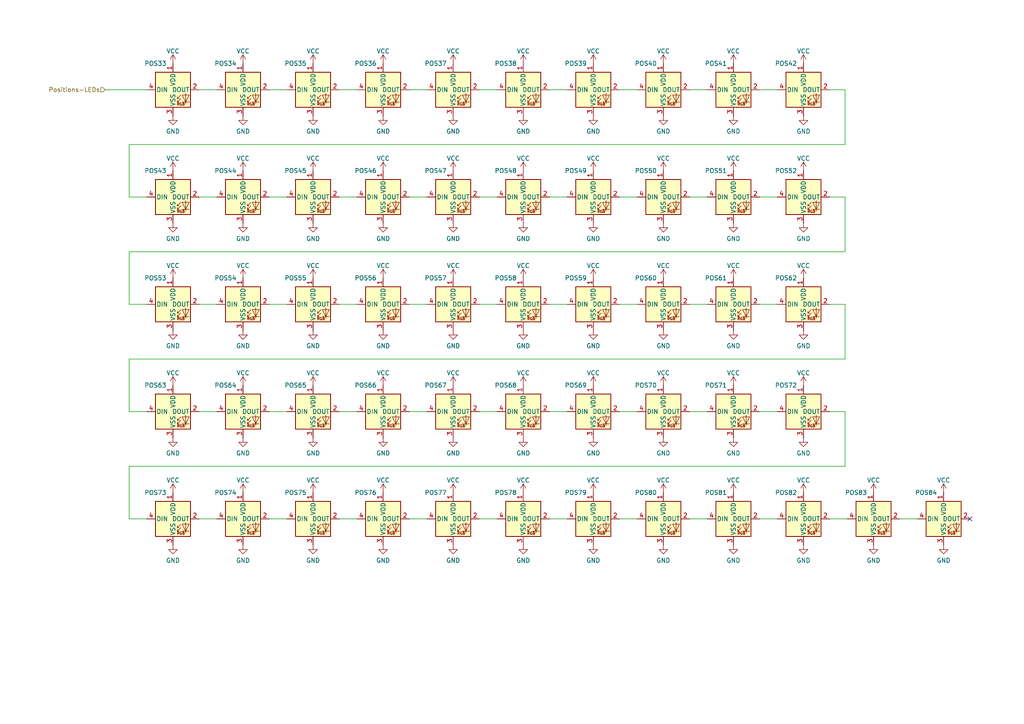
<source format=kicad_sch>
(kicad_sch (version 20211123) (generator eeschema)
  (paper "A4")
  (lib_symbols
    (symbol "LED:WS2812B" (pin_names (offset 0.254))
      (property "Reference" "D" (at 5.08 5.715 0))
      (property "Value" "WS2812B" (at 1.27 -5.715 0))
      (symbol "WS2812B_0_0"
        (text "RGB" (at 2.286 -4.191 0) (effects (font (size 0.762 0.762))))
      )
      (symbol "WS2812B_0_1"
        (polyline (pts (xy 1.27 -3.556) (xy 1.778 -3.556)))
        (polyline (pts (xy 1.27 -2.54) (xy 1.778 -2.54)))
        (polyline (pts (xy 4.699 -3.556) (xy 2.667 -3.556)))
        (polyline (pts (xy 2.286 -2.54) (xy 1.27 -3.556) (xy 1.27 -3.048)))
        (polyline (pts (xy 2.286 -1.524) (xy 1.27 -2.54) (xy 1.27 -2.032)))
        (polyline (pts (xy 3.683 -1.016) (xy 3.683 -3.556) (xy 3.683 -4.064)))
        (polyline (pts (xy 4.699 -1.524) (xy 2.667 -1.524) (xy 3.683 -3.556) (xy 4.699 -1.524)))
        (rectangle (start 5.08 5.08) (end -5.08 -5.08) (stroke (width 0.254)) (fill (type background)))
      )
      (symbol "WS2812B_1_1"
        (pin power_in line (at 0 7.62 270) (length 2.54) (name "VDD") (number "1"))
        (pin output line (at 7.62 0 180) (length 2.54) (name "DOUT") (number "2"))
        (pin power_in line (at 0 -7.62 90) (length 2.54) (name "VSS") (number "3"))
        (pin input line (at -7.62 0 0) (length 2.54) (name "DIN") (number "4"))
      )
    )
    (symbol "power:GND" (power) (pin_names (offset 0))
      (property "Value" "GND" (at 0 -3.81 0))
      (symbol "GND_0_1"
        (polyline (pts (xy 0 0) (xy 0 -1.27) (xy 1.27 -1.27) (xy 0 -2.54) (xy -1.27 -1.27) (xy 0 -1.27)))
      )
      (symbol "GND_1_1"
        (pin power_in line (at 0 0 270) (length 0) hide (name "GND") (number "1"))
      )
    )
    (symbol "power:VCC" (power) (pin_names (offset 0))
      (property "Value" "VCC" (at 0 3.81 0))
      (symbol "VCC_0_1"
        (polyline (pts (xy -0.762 1.27) (xy 0 2.54)))
        (polyline (pts (xy 0 0) (xy 0 2.54)))
        (polyline (pts (xy 0 2.54) (xy 0.762 1.27)))
      )
      (symbol "VCC_1_1"
        (pin power_in line (at 0 0 90) (length 0) hide (name "VCC") (number "1"))
      )
    )
  )
  (no_connect (at 281.305 150.495))
  (wire (pts (xy 240.665 150.495) (xy 245.745 150.495)))
  (wire (pts (xy 200.025 26.035) (xy 205.105 26.035)))
  (wire (pts (xy 78.105 119.38) (xy 83.185 119.38)))
  (wire (pts (xy 159.385 57.15) (xy 164.465 57.15)))
  (wire (pts (xy 260.985 150.495) (xy 266.065 150.495)))
  (wire (pts (xy 37.465 73.025) (xy 37.465 88.265)))
  (wire (pts (xy 240.665 88.265) (xy 245.11 88.265)))
  (wire (pts (xy 37.465 135.255) (xy 37.465 150.495)))
  (wire (pts (xy 37.465 104.14) (xy 245.11 104.14)))
  (wire (pts (xy 37.465 73.025) (xy 245.11 73.025)))
  (wire (pts (xy 98.425 88.265) (xy 103.505 88.265)))
  (wire (pts (xy 200.025 119.38) (xy 205.105 119.38)))
  (wire (pts (xy 159.385 119.38) (xy 164.465 119.38)))
  (wire (pts (xy 78.105 26.035) (xy 83.185 26.035)))
  (wire (pts (xy 200.025 150.495) (xy 205.105 150.495)))
  (wire (pts (xy 37.465 104.14) (xy 37.465 119.38)))
  (wire (pts (xy 139.065 88.265) (xy 144.145 88.265)))
  (wire (pts (xy 240.665 57.15) (xy 245.11 57.15)))
  (wire (pts (xy 139.065 119.38) (xy 144.145 119.38)))
  (wire (pts (xy 118.745 119.38) (xy 123.825 119.38)))
  (wire (pts (xy 57.785 57.15) (xy 62.865 57.15)))
  (wire (pts (xy 37.465 135.255) (xy 245.11 135.255)))
  (wire (pts (xy 139.065 26.035) (xy 144.145 26.035)))
  (wire (pts (xy 179.705 119.38) (xy 184.785 119.38)))
  (wire (pts (xy 139.065 57.15) (xy 144.145 57.15)))
  (wire (pts (xy 37.465 57.15) (xy 42.545 57.15)))
  (wire (pts (xy 57.785 150.495) (xy 62.865 150.495)))
  (wire (pts (xy 118.745 26.035) (xy 123.825 26.035)))
  (wire (pts (xy 240.665 119.38) (xy 245.11 119.38)))
  (wire (pts (xy 37.465 41.91) (xy 37.465 57.15)))
  (wire (pts (xy 78.105 57.15) (xy 83.185 57.15)))
  (wire (pts (xy 118.745 57.15) (xy 123.825 57.15)))
  (wire (pts (xy 37.465 119.38) (xy 42.545 119.38)))
  (wire (pts (xy 220.345 150.495) (xy 225.425 150.495)))
  (wire (pts (xy 200.025 57.15) (xy 205.105 57.15)))
  (wire (pts (xy 179.705 57.15) (xy 184.785 57.15)))
  (wire (pts (xy 245.11 26.035) (xy 245.11 41.91)))
  (wire (pts (xy 159.385 150.495) (xy 164.465 150.495)))
  (wire (pts (xy 220.345 119.38) (xy 225.425 119.38)))
  (wire (pts (xy 98.425 119.38) (xy 103.505 119.38)))
  (wire (pts (xy 98.425 57.15) (xy 103.505 57.15)))
  (wire (pts (xy 57.785 119.38) (xy 62.865 119.38)))
  (wire (pts (xy 57.785 26.035) (xy 62.865 26.035)))
  (wire (pts (xy 179.705 26.035) (xy 184.785 26.035)))
  (wire (pts (xy 98.425 150.495) (xy 103.505 150.495)))
  (wire (pts (xy 37.465 150.495) (xy 42.545 150.495)))
  (wire (pts (xy 98.425 26.035) (xy 103.505 26.035)))
  (wire (pts (xy 245.11 88.265) (xy 245.11 104.14)))
  (wire (pts (xy 118.745 88.265) (xy 123.825 88.265)))
  (wire (pts (xy 179.705 150.495) (xy 184.785 150.495)))
  (wire (pts (xy 220.345 26.035) (xy 225.425 26.035)))
  (wire (pts (xy 240.665 26.035) (xy 245.11 26.035)))
  (wire (pts (xy 78.105 88.265) (xy 83.185 88.265)))
  (wire (pts (xy 179.705 88.265) (xy 184.785 88.265)))
  (wire (pts (xy 57.785 88.265) (xy 62.865 88.265)))
  (wire (pts (xy 220.345 88.265) (xy 225.425 88.265)))
  (wire (pts (xy 220.345 57.15) (xy 225.425 57.15)))
  (wire (pts (xy 78.105 150.495) (xy 83.185 150.495)))
  (wire (pts (xy 37.465 88.265) (xy 42.545 88.265)))
  (wire (pts (xy 139.065 150.495) (xy 144.145 150.495)))
  (wire (pts (xy 30.48 26.035) (xy 42.545 26.035)))
  (wire (pts (xy 37.465 41.91) (xy 245.11 41.91)))
  (wire (pts (xy 118.745 150.495) (xy 123.825 150.495)))
  (wire (pts (xy 245.11 119.38) (xy 245.11 135.255)))
  (wire (pts (xy 159.385 26.035) (xy 164.465 26.035)))
  (wire (pts (xy 200.025 88.265) (xy 205.105 88.265)))
  (wire (pts (xy 245.11 57.15) (xy 245.11 73.025)))
  (wire (pts (xy 159.385 88.265) (xy 164.465 88.265)))
  (hierarchical_label "Positions-LEDs" (shape input) (at 30.48 26.035 180))
  (symbol (lib_id "LED:WS2812B") (at 192.405 150.495 0) (unit 1)
    (property "Reference" "POS80" (at 187.325 142.875 0))
    (property "Value" "WS2812-4020_dual" (effects hide))
    (property "Footprint" "FieldBoard_footprint:LED_WS2812B_PLCC4_5.0x5.0mm_P3.2mm" (effects hide))
    (property "Datasheet" "https://cdn-shop.adafruit.com/datasheets/WS2812B.pdf" (effects hide))
  )
  (symbol (lib_id "power:GND") (at 151.765 64.77 0) (unit 1)
    (property "Reference" "#PWR0132" (effects hide))
    (property "Value" "GND" (at 151.765 69.2134 0))
  )
  (symbol (lib_id "power:GND") (at 50.165 127 0) (unit 1)
    (property "Reference" "#PWR0192" (effects hide))
    (property "Value" "GND" (at 50.165 131.4434 0))
  )
  (symbol (lib_id "power:GND") (at 90.805 158.115 0) (unit 1)
    (property "Reference" "#PWR0216" (effects hide))
    (property "Value" "GND" (at 90.805 162.5584 0))
  )
  (symbol (lib_id "power:VCC") (at 233.045 142.875 0) (unit 1)
    (property "Reference" "#PWR0211" (effects hide))
    (property "Value" "VCC" (at 233.045 139.2992 0))
  )
  (symbol (lib_id "LED:WS2812B") (at 212.725 119.38 0) (unit 1)
    (property "Reference" "POS71" (at 207.645 111.76 0))
    (property "Value" "WS2812-4020_dual" (effects hide))
    (property "Footprint" "FieldBoard_footprint:LED_WS2812B_PLCC4_5.0x5.0mm_P3.2mm" (effects hide))
    (property "Datasheet" "https://cdn-shop.adafruit.com/datasheets/WS2812B.pdf" (effects hide))
  )
  (symbol (lib_id "LED:WS2812B") (at 151.765 88.265 0) (unit 1)
    (property "Reference" "POS58" (at 146.685 80.645 0))
    (property "Value" "WS2812-4020_dual" (effects hide))
    (property "Footprint" "FieldBoard_footprint:LED_WS2812B_PLCC4_5.0x5.0mm_P3.2mm" (effects hide))
    (property "Datasheet" "https://cdn-shop.adafruit.com/datasheets/WS2812B.pdf" (effects hide))
  )
  (symbol (lib_id "power:VCC") (at 233.045 80.645 0) (unit 1)
    (property "Reference" "#PWR0152" (effects hide))
    (property "Value" "VCC" (at 233.045 77.0692 0))
  )
  (symbol (lib_id "LED:WS2812B") (at 192.405 57.15 0) (unit 1)
    (property "Reference" "POS50" (at 187.325 49.53 0))
    (property "Value" "WS2812-4020_dual" (effects hide))
    (property "Footprint" "FieldBoard_footprint:LED_WS2812B_PLCC4_5.0x5.0mm_P3.2mm" (effects hide))
    (property "Datasheet" "https://cdn-shop.adafruit.com/datasheets/WS2812B.pdf" (effects hide))
  )
  (symbol (lib_id "power:GND") (at 212.725 127 0) (unit 1)
    (property "Reference" "#PWR0200" (effects hide))
    (property "Value" "GND" (at 212.725 131.4434 0))
  )
  (symbol (lib_id "LED:WS2812B") (at 212.725 88.265 0) (unit 1)
    (property "Reference" "POS61" (at 207.645 80.645 0))
    (property "Value" "WS2812-4020_dual" (effects hide))
    (property "Footprint" "FieldBoard_footprint:LED_WS2812B_PLCC4_5.0x5.0mm_P3.2mm" (effects hide))
    (property "Datasheet" "https://cdn-shop.adafruit.com/datasheets/WS2812B.pdf" (effects hide))
  )
  (symbol (lib_id "power:VCC") (at 192.405 80.645 0) (unit 1)
    (property "Reference" "#PWR0148" (effects hide))
    (property "Value" "VCC" (at 192.405 77.0692 0))
  )
  (symbol (lib_id "LED:WS2812B") (at 131.445 88.265 0) (unit 1)
    (property "Reference" "POS57" (at 126.365 80.645 0))
    (property "Value" "WS2812-4020_dual" (effects hide))
    (property "Footprint" "FieldBoard_footprint:LED_WS2812B_PLCC4_5.0x5.0mm_P3.2mm" (effects hide))
    (property "Datasheet" "https://cdn-shop.adafruit.com/datasheets/WS2812B.pdf" (effects hide))
  )
  (symbol (lib_id "LED:WS2812B") (at 70.485 150.495 0) (unit 1)
    (property "Reference" "POS74" (at 65.405 142.875 0))
    (property "Value" "WS2812-4020_dual" (effects hide))
    (property "Footprint" "FieldBoard_footprint:LED_WS2812B_PLCC4_5.0x5.0mm_P3.2mm" (effects hide))
    (property "Datasheet" "https://cdn-shop.adafruit.com/datasheets/WS2812B.pdf" (effects hide))
  )
  (symbol (lib_id "LED:WS2812B") (at 233.045 57.15 0) (unit 1)
    (property "Reference" "POS52" (at 227.965 49.53 0))
    (property "Value" "WS2812-4020_dual" (effects hide))
    (property "Footprint" "FieldBoard_footprint:LED_WS2812B_PLCC4_5.0x5.0mm_P3.2mm" (effects hide))
    (property "Datasheet" "https://cdn-shop.adafruit.com/datasheets/WS2812B.pdf" (effects hide))
  )
  (symbol (lib_id "LED:WS2812B") (at 212.725 57.15 0) (unit 1)
    (property "Reference" "POS51" (at 207.645 49.53 0))
    (property "Value" "WS2812-4020_dual" (effects hide))
    (property "Footprint" "FieldBoard_footprint:LED_WS2812B_PLCC4_5.0x5.0mm_P3.2mm" (effects hide))
    (property "Datasheet" "https://cdn-shop.adafruit.com/datasheets/WS2812B.pdf" (effects hide))
  )
  (symbol (lib_id "LED:WS2812B") (at 273.685 150.495 0) (unit 1)
    (property "Reference" "POS84" (at 268.605 142.875 0))
    (property "Value" "WS2812-4020_dual" (effects hide))
    (property "Footprint" "FieldBoard_footprint:LED_WS2812B_PLCC4_5.0x5.0mm_P3.2mm" (effects hide))
    (property "Datasheet" "https://cdn-shop.adafruit.com/datasheets/WS2812B.pdf" (effects hide))
  )
  (symbol (lib_id "power:GND") (at 90.805 33.655 0) (unit 1)
    (property "Reference" "#PWR087" (effects hide))
    (property "Value" "GND" (at 90.805 38.0984 0))
  )
  (symbol (lib_id "power:VCC") (at 90.805 142.875 0) (unit 1)
    (property "Reference" "#PWR0204" (effects hide))
    (property "Value" "VCC" (at 90.805 139.2992 0))
  )
  (symbol (lib_id "LED:WS2812B") (at 111.125 88.265 0) (unit 1)
    (property "Reference" "POS56" (at 106.045 80.645 0))
    (property "Value" "WS2812-4020_dual" (effects hide))
    (property "Footprint" "FieldBoard_footprint:LED_WS2812B_PLCC4_5.0x5.0mm_P3.2mm" (effects hide))
    (property "Datasheet" "https://cdn-shop.adafruit.com/datasheets/WS2812B.pdf" (effects hide))
  )
  (symbol (lib_id "LED:WS2812B") (at 233.045 88.265 0) (unit 1)
    (property "Reference" "POS62" (at 227.965 80.645 0))
    (property "Value" "WS2812-4020_dual" (effects hide))
    (property "Footprint" "FieldBoard_footprint:LED_WS2812B_PLCC4_5.0x5.0mm_P3.2mm" (effects hide))
    (property "Datasheet" "https://cdn-shop.adafruit.com/datasheets/WS2812B.pdf" (effects hide))
  )
  (symbol (lib_id "power:VCC") (at 90.805 49.53 0) (unit 1)
    (property "Reference" "#PWR0114" (effects hide))
    (property "Value" "VCC" (at 90.805 45.9542 0))
  )
  (symbol (lib_id "LED:WS2812B") (at 131.445 26.035 0) (unit 1)
    (property "Reference" "POS37" (at 126.365 18.415 0))
    (property "Value" "WS2812-4020_dual" (effects hide))
    (property "Footprint" "FieldBoard_footprint:LED_WS2812B_PLCC4_5.0x5.0mm_P3.2mm" (effects hide))
    (property "Datasheet" "https://cdn-shop.adafruit.com/datasheets/WS2812B.pdf" (effects hide))
  )
  (symbol (lib_id "power:VCC") (at 172.085 49.53 0) (unit 1)
    (property "Reference" "#PWR0122" (effects hide))
    (property "Value" "VCC" (at 172.085 45.9542 0))
  )
  (symbol (lib_id "LED:WS2812B") (at 172.085 57.15 0) (unit 1)
    (property "Reference" "POS49" (at 167.005 49.53 0))
    (property "Value" "WS2812-4020_dual" (effects hide))
    (property "Footprint" "FieldBoard_footprint:LED_WS2812B_PLCC4_5.0x5.0mm_P3.2mm" (effects hide))
    (property "Datasheet" "https://cdn-shop.adafruit.com/datasheets/WS2812B.pdf" (effects hide))
  )
  (symbol (lib_id "power:GND") (at 192.405 33.655 0) (unit 1)
    (property "Reference" "#PWR097" (effects hide))
    (property "Value" "GND" (at 192.405 38.0984 0))
  )
  (symbol (lib_id "power:VCC") (at 151.765 18.415 0) (unit 1)
    (property "Reference" "#PWR055" (effects hide))
    (property "Value" "VCC" (at 151.765 14.8392 0))
  )
  (symbol (lib_id "power:GND") (at 192.405 158.115 0) (unit 1)
    (property "Reference" "#PWR0221" (effects hide))
    (property "Value" "GND" (at 192.405 162.5584 0))
  )
  (symbol (lib_id "power:VCC") (at 172.085 142.875 0) (unit 1)
    (property "Reference" "#PWR0208" (effects hide))
    (property "Value" "VCC" (at 172.085 139.2992 0))
  )
  (symbol (lib_id "power:VCC") (at 151.765 49.53 0) (unit 1)
    (property "Reference" "#PWR0120" (effects hide))
    (property "Value" "VCC" (at 151.765 45.9542 0))
  )
  (symbol (lib_id "power:GND") (at 233.045 127 0) (unit 1)
    (property "Reference" "#PWR0201" (effects hide))
    (property "Value" "GND" (at 233.045 131.4434 0))
  )
  (symbol (lib_id "power:GND") (at 111.125 95.885 0) (unit 1)
    (property "Reference" "#PWR0160" (effects hide))
    (property "Value" "GND" (at 111.125 100.3284 0))
  )
  (symbol (lib_id "LED:WS2812B") (at 50.165 57.15 0) (unit 1)
    (property "Reference" "POS43" (at 45.085 49.53 0))
    (property "Value" "WS2812-4020_dual" (effects hide))
    (property "Footprint" "FieldBoard_footprint:LED_WS2812B_PLCC4_5.0x5.0mm_P3.2mm" (effects hide))
    (property "Datasheet" "https://cdn-shop.adafruit.com/datasheets/WS2812B.pdf" (effects hide))
  )
  (symbol (lib_id "LED:WS2812B") (at 151.765 119.38 0) (unit 1)
    (property "Reference" "POS68" (at 146.685 111.76 0))
    (property "Value" "WS2812-4020_dual" (effects hide))
    (property "Footprint" "FieldBoard_footprint:LED_WS2812B_PLCC4_5.0x5.0mm_P3.2mm" (effects hide))
    (property "Datasheet" "https://cdn-shop.adafruit.com/datasheets/WS2812B.pdf" (effects hide))
  )
  (symbol (lib_id "power:GND") (at 50.165 158.115 0) (unit 1)
    (property "Reference" "#PWR0214" (effects hide))
    (property "Value" "GND" (at 50.165 162.5584 0))
  )
  (symbol (lib_id "power:GND") (at 233.045 33.655 0) (unit 1)
    (property "Reference" "#PWR0108" (effects hide))
    (property "Value" "GND" (at 233.045 38.0984 0))
  )
  (symbol (lib_id "power:VCC") (at 70.485 142.875 0) (unit 1)
    (property "Reference" "#PWR0203" (effects hide))
    (property "Value" "VCC" (at 70.485 139.2992 0))
  )
  (symbol (lib_id "power:GND") (at 151.765 33.655 0) (unit 1)
    (property "Reference" "#PWR093" (effects hide))
    (property "Value" "GND" (at 151.765 38.0984 0))
  )
  (symbol (lib_id "power:GND") (at 70.485 158.115 0) (unit 1)
    (property "Reference" "#PWR0215" (effects hide))
    (property "Value" "GND" (at 70.485 162.5584 0))
  )
  (symbol (lib_id "power:VCC") (at 233.045 111.76 0) (unit 1)
    (property "Reference" "#PWR0191" (effects hide))
    (property "Value" "VCC" (at 233.045 108.1842 0))
  )
  (symbol (lib_id "power:GND") (at 131.445 64.77 0) (unit 1)
    (property "Reference" "#PWR0131" (effects hide))
    (property "Value" "GND" (at 131.445 69.2134 0))
  )
  (symbol (lib_id "power:GND") (at 172.085 33.655 0) (unit 1)
    (property "Reference" "#PWR095" (effects hide))
    (property "Value" "GND" (at 172.085 38.0984 0))
  )
  (symbol (lib_id "LED:WS2812B") (at 90.805 88.265 0) (unit 1)
    (property "Reference" "POS55" (at 85.725 80.645 0))
    (property "Value" "WS2812-4020_dual" (effects hide))
    (property "Footprint" "FieldBoard_footprint:LED_WS2812B_PLCC4_5.0x5.0mm_P3.2mm" (effects hide))
    (property "Datasheet" "https://cdn-shop.adafruit.com/datasheets/WS2812B.pdf" (effects hide))
  )
  (symbol (lib_id "power:GND") (at 90.805 64.77 0) (unit 1)
    (property "Reference" "#PWR0129" (effects hide))
    (property "Value" "GND" (at 90.805 69.2134 0))
  )
  (symbol (lib_id "power:VCC") (at 111.125 49.53 0) (unit 1)
    (property "Reference" "#PWR0116" (effects hide))
    (property "Value" "VCC" (at 111.125 45.9542 0))
  )
  (symbol (lib_id "LED:WS2812B") (at 90.805 57.15 0) (unit 1)
    (property "Reference" "POS45" (at 85.725 49.53 0))
    (property "Value" "WS2812-4020_dual" (effects hide))
    (property "Footprint" "FieldBoard_footprint:LED_WS2812B_PLCC4_5.0x5.0mm_P3.2mm" (effects hide))
    (property "Datasheet" "https://cdn-shop.adafruit.com/datasheets/WS2812B.pdf" (effects hide))
  )
  (symbol (lib_id "power:GND") (at 131.445 33.655 0) (unit 1)
    (property "Reference" "#PWR091" (effects hide))
    (property "Value" "GND" (at 131.445 38.0984 0))
  )
  (symbol (lib_id "power:VCC") (at 70.485 49.53 0) (unit 1)
    (property "Reference" "#PWR0112" (effects hide))
    (property "Value" "VCC" (at 70.485 45.9542 0))
  )
  (symbol (lib_id "LED:WS2812B") (at 70.485 119.38 0) (unit 1)
    (property "Reference" "POS64" (at 65.405 111.76 0))
    (property "Value" "WS2812-4020_dual" (effects hide))
    (property "Footprint" "FieldBoard_footprint:LED_WS2812B_PLCC4_5.0x5.0mm_P3.2mm" (effects hide))
    (property "Datasheet" "https://cdn-shop.adafruit.com/datasheets/WS2812B.pdf" (effects hide))
  )
  (symbol (lib_id "LED:WS2812B") (at 192.405 119.38 0) (unit 1)
    (property "Reference" "POS70" (at 187.325 111.76 0))
    (property "Value" "WS2812-4020_dual" (effects hide))
    (property "Footprint" "FieldBoard_footprint:LED_WS2812B_PLCC4_5.0x5.0mm_P3.2mm" (effects hide))
    (property "Datasheet" "https://cdn-shop.adafruit.com/datasheets/WS2812B.pdf" (effects hide))
  )
  (symbol (lib_id "power:VCC") (at 192.405 142.875 0) (unit 1)
    (property "Reference" "#PWR0209" (effects hide))
    (property "Value" "VCC" (at 192.405 139.2992 0))
  )
  (symbol (lib_id "power:VCC") (at 172.085 80.645 0) (unit 1)
    (property "Reference" "#PWR0146" (effects hide))
    (property "Value" "VCC" (at 172.085 77.0692 0))
  )
  (symbol (lib_id "power:GND") (at 131.445 127 0) (unit 1)
    (property "Reference" "#PWR0196" (effects hide))
    (property "Value" "GND" (at 131.445 131.4434 0))
  )
  (symbol (lib_id "power:GND") (at 50.165 64.77 0) (unit 1)
    (property "Reference" "#PWR0126" (effects hide))
    (property "Value" "GND" (at 50.165 69.2134 0))
  )
  (symbol (lib_id "LED:WS2812B") (at 70.485 26.035 0) (unit 1)
    (property "Reference" "POS34" (at 65.405 18.415 0))
    (property "Value" "WS2812-4020_dual" (effects hide))
    (property "Footprint" "FieldBoard_footprint:LED_WS2812B_PLCC4_5.0x5.0mm_P3.2mm" (effects hide))
    (property "Datasheet" "https://cdn-shop.adafruit.com/datasheets/WS2812B.pdf" (effects hide))
  )
  (symbol (lib_id "power:VCC") (at 233.045 18.415 0) (unit 1)
    (property "Reference" "#PWR081" (effects hide))
    (property "Value" "VCC" (at 233.045 14.8392 0))
  )
  (symbol (lib_id "power:GND") (at 50.165 33.655 0) (unit 1)
    (property "Reference" "#PWR083" (effects hide))
    (property "Value" "GND" (at 50.165 38.0984 0))
  )
  (symbol (lib_id "power:VCC") (at 90.805 111.76 0) (unit 1)
    (property "Reference" "#PWR0178" (effects hide))
    (property "Value" "VCC" (at 90.805 108.1842 0))
  )
  (symbol (lib_id "LED:WS2812B") (at 90.805 150.495 0) (unit 1)
    (property "Reference" "POS75" (at 85.725 142.875 0))
    (property "Value" "WS2812-4020_dual" (effects hide))
    (property "Footprint" "FieldBoard_footprint:LED_WS2812B_PLCC4_5.0x5.0mm_P3.2mm" (effects hide))
    (property "Datasheet" "https://cdn-shop.adafruit.com/datasheets/WS2812B.pdf" (effects hide))
  )
  (symbol (lib_id "power:GND") (at 90.805 95.885 0) (unit 1)
    (property "Reference" "#PWR0158" (effects hide))
    (property "Value" "GND" (at 90.805 100.3284 0))
  )
  (symbol (lib_id "LED:WS2812B") (at 151.765 150.495 0) (unit 1)
    (property "Reference" "POS78" (at 146.685 142.875 0))
    (property "Value" "WS2812-4020_dual" (effects hide))
    (property "Footprint" "FieldBoard_footprint:LED_WS2812B_PLCC4_5.0x5.0mm_P3.2mm" (effects hide))
    (property "Datasheet" "https://cdn-shop.adafruit.com/datasheets/WS2812B.pdf" (effects hide))
  )
  (symbol (lib_id "power:GND") (at 111.125 64.77 0) (unit 1)
    (property "Reference" "#PWR0130" (effects hide))
    (property "Value" "GND" (at 111.125 69.2134 0))
  )
  (symbol (lib_id "power:GND") (at 172.085 158.115 0) (unit 1)
    (property "Reference" "#PWR0220" (effects hide))
    (property "Value" "GND" (at 172.085 162.5584 0))
  )
  (symbol (lib_id "power:VCC") (at 172.085 18.415 0) (unit 1)
    (property "Reference" "#PWR068" (effects hide))
    (property "Value" "VCC" (at 172.085 14.8392 0))
  )
  (symbol (lib_id "power:VCC") (at 50.165 111.76 0) (unit 1)
    (property "Reference" "#PWR0174" (effects hide))
    (property "Value" "VCC" (at 50.165 108.1842 0))
  )
  (symbol (lib_id "LED:WS2812B") (at 233.045 26.035 0) (unit 1)
    (property "Reference" "POS42" (at 227.965 18.415 0))
    (property "Value" "WS2812-4020_dual" (effects hide))
    (property "Footprint" "FieldBoard_footprint:LED_WS2812B_PLCC4_5.0x5.0mm_P3.2mm" (effects hide))
    (property "Datasheet" "https://cdn-shop.adafruit.com/datasheets/WS2812B.pdf" (effects hide))
  )
  (symbol (lib_id "power:VCC") (at 212.725 111.76 0) (unit 1)
    (property "Reference" "#PWR0190" (effects hide))
    (property "Value" "VCC" (at 212.725 108.1842 0))
  )
  (symbol (lib_id "power:GND") (at 192.405 95.885 0) (unit 1)
    (property "Reference" "#PWR0168" (effects hide))
    (property "Value" "GND" (at 192.405 100.3284 0))
  )
  (symbol (lib_id "LED:WS2812B") (at 90.805 26.035 0) (unit 1)
    (property "Reference" "POS35" (at 85.725 18.415 0))
    (property "Value" "WS2812-4020_dual" (effects hide))
    (property "Footprint" "FieldBoard_footprint:LED_WS2812B_PLCC4_5.0x5.0mm_P3.2mm" (effects hide))
    (property "Datasheet" "https://cdn-shop.adafruit.com/datasheets/WS2812B.pdf" (effects hide))
  )
  (symbol (lib_id "LED:WS2812B") (at 111.125 26.035 0) (unit 1)
    (property "Reference" "POS36" (at 106.045 18.415 0))
    (property "Value" "WS2812-4020_dual" (effects hide))
    (property "Footprint" "FieldBoard_footprint:LED_WS2812B_PLCC4_5.0x5.0mm_P3.2mm" (effects hide))
    (property "Datasheet" "https://cdn-shop.adafruit.com/datasheets/WS2812B.pdf" (effects hide))
  )
  (symbol (lib_id "power:VCC") (at 50.165 18.415 0) (unit 1)
    (property "Reference" "#PWR036" (effects hide))
    (property "Value" "VCC" (at 50.165 14.8392 0))
  )
  (symbol (lib_id "power:VCC") (at 70.485 18.415 0) (unit 1)
    (property "Reference" "#PWR037" (effects hide))
    (property "Value" "VCC" (at 70.485 14.8392 0))
  )
  (symbol (lib_id "power:VCC") (at 131.445 18.415 0) (unit 1)
    (property "Reference" "#PWR043" (effects hide))
    (property "Value" "VCC" (at 131.445 14.8392 0))
  )
  (symbol (lib_id "power:GND") (at 253.365 158.115 0) (unit 1)
    (property "Reference" "#PWR0224" (effects hide))
    (property "Value" "GND" (at 253.365 162.5584 0))
  )
  (symbol (lib_id "power:GND") (at 172.085 127 0) (unit 1)
    (property "Reference" "#PWR0198" (effects hide))
    (property "Value" "GND" (at 172.085 131.4434 0))
  )
  (symbol (lib_id "LED:WS2812B") (at 172.085 150.495 0) (unit 1)
    (property "Reference" "POS79" (at 167.005 142.875 0))
    (property "Value" "WS2812-4020_dual" (effects hide))
    (property "Footprint" "FieldBoard_footprint:LED_WS2812B_PLCC4_5.0x5.0mm_P3.2mm" (effects hide))
    (property "Datasheet" "https://cdn-shop.adafruit.com/datasheets/WS2812B.pdf" (effects hide))
  )
  (symbol (lib_id "power:GND") (at 212.725 95.885 0) (unit 1)
    (property "Reference" "#PWR0170" (effects hide))
    (property "Value" "GND" (at 212.725 100.3284 0))
  )
  (symbol (lib_id "LED:WS2812B") (at 253.365 150.495 0) (unit 1)
    (property "Reference" "POS83" (at 248.285 142.875 0))
    (property "Value" "WS2812-4020_dual" (effects hide))
    (property "Footprint" "FieldBoard_footprint:LED_WS2812B_PLCC4_5.0x5.0mm_P3.2mm" (effects hide))
    (property "Datasheet" "https://cdn-shop.adafruit.com/datasheets/WS2812B.pdf" (effects hide))
  )
  (symbol (lib_id "power:GND") (at 233.045 158.115 0) (unit 1)
    (property "Reference" "#PWR0223" (effects hide))
    (property "Value" "GND" (at 233.045 162.5584 0))
  )
  (symbol (lib_id "LED:WS2812B") (at 111.125 57.15 0) (unit 1)
    (property "Reference" "POS46" (at 106.045 49.53 0))
    (property "Value" "WS2812-4020_dual" (effects hide))
    (property "Footprint" "FieldBoard_footprint:LED_WS2812B_PLCC4_5.0x5.0mm_P3.2mm" (effects hide))
    (property "Datasheet" "https://cdn-shop.adafruit.com/datasheets/WS2812B.pdf" (effects hide))
  )
  (symbol (lib_id "power:GND") (at 192.405 127 0) (unit 1)
    (property "Reference" "#PWR0199" (effects hide))
    (property "Value" "GND" (at 192.405 131.4434 0))
  )
  (symbol (lib_id "power:GND") (at 70.485 127 0) (unit 1)
    (property "Reference" "#PWR0193" (effects hide))
    (property "Value" "GND" (at 70.485 131.4434 0))
  )
  (symbol (lib_id "power:VCC") (at 90.805 80.645 0) (unit 1)
    (property "Reference" "#PWR0139" (effects hide))
    (property "Value" "VCC" (at 90.805 77.0692 0))
  )
  (symbol (lib_id "power:GND") (at 70.485 64.77 0) (unit 1)
    (property "Reference" "#PWR0127" (effects hide))
    (property "Value" "GND" (at 70.485 69.2134 0))
  )
  (symbol (lib_id "power:VCC") (at 50.165 142.875 0) (unit 1)
    (property "Reference" "#PWR0202" (effects hide))
    (property "Value" "VCC" (at 50.165 139.2992 0))
  )
  (symbol (lib_id "power:GND") (at 151.765 127 0) (unit 1)
    (property "Reference" "#PWR0197" (effects hide))
    (property "Value" "GND" (at 151.765 131.4434 0))
  )
  (symbol (lib_id "power:GND") (at 212.725 64.77 0) (unit 1)
    (property "Reference" "#PWR0135" (effects hide))
    (property "Value" "GND" (at 212.725 69.2134 0))
  )
  (symbol (lib_id "LED:WS2812B") (at 212.725 26.035 0) (unit 1)
    (property "Reference" "POS41" (at 207.645 18.415 0))
    (property "Value" "WS2812-4020_dual" (effects hide))
    (property "Footprint" "FieldBoard_footprint:LED_WS2812B_PLCC4_5.0x5.0mm_P3.2mm" (effects hide))
    (property "Datasheet" "https://cdn-shop.adafruit.com/datasheets/WS2812B.pdf" (effects hide))
  )
  (symbol (lib_id "LED:WS2812B") (at 192.405 26.035 0) (unit 1)
    (property "Reference" "POS40" (at 187.325 18.415 0))
    (property "Value" "WS2812-4020_dual" (effects hide))
    (property "Footprint" "FieldBoard_footprint:LED_WS2812B_PLCC4_5.0x5.0mm_P3.2mm" (effects hide))
    (property "Datasheet" "https://cdn-shop.adafruit.com/datasheets/WS2812B.pdf" (effects hide))
  )
  (symbol (lib_id "LED:WS2812B") (at 233.045 150.495 0) (unit 1)
    (property "Reference" "POS82" (at 227.965 142.875 0))
    (property "Value" "WS2812-4020_dual" (effects hide))
    (property "Footprint" "FieldBoard_footprint:LED_WS2812B_PLCC4_5.0x5.0mm_P3.2mm" (effects hide))
    (property "Datasheet" "https://cdn-shop.adafruit.com/datasheets/WS2812B.pdf" (effects hide))
  )
  (symbol (lib_id "power:VCC") (at 212.725 18.415 0) (unit 1)
    (property "Reference" "#PWR079" (effects hide))
    (property "Value" "VCC" (at 212.725 14.8392 0))
  )
  (symbol (lib_id "power:VCC") (at 212.725 80.645 0) (unit 1)
    (property "Reference" "#PWR0150" (effects hide))
    (property "Value" "VCC" (at 212.725 77.0692 0))
  )
  (symbol (lib_id "power:GND") (at 111.125 33.655 0) (unit 1)
    (property "Reference" "#PWR089" (effects hide))
    (property "Value" "GND" (at 111.125 38.0984 0))
  )
  (symbol (lib_id "power:GND") (at 70.485 95.885 0) (unit 1)
    (property "Reference" "#PWR0156" (effects hide))
    (property "Value" "GND" (at 70.485 100.3284 0))
  )
  (symbol (lib_id "power:GND") (at 151.765 158.115 0) (unit 1)
    (property "Reference" "#PWR0219" (effects hide))
    (property "Value" "GND" (at 151.765 162.5584 0))
  )
  (symbol (lib_id "power:VCC") (at 151.765 111.76 0) (unit 1)
    (property "Reference" "#PWR0184" (effects hide))
    (property "Value" "VCC" (at 151.765 108.1842 0))
  )
  (symbol (lib_id "power:GND") (at 233.045 64.77 0) (unit 1)
    (property "Reference" "#PWR0136" (effects hide))
    (property "Value" "GND" (at 233.045 69.2134 0))
  )
  (symbol (lib_id "power:GND") (at 151.765 95.885 0) (unit 1)
    (property "Reference" "#PWR0164" (effects hide))
    (property "Value" "GND" (at 151.765 100.3284 0))
  )
  (symbol (lib_id "power:VCC") (at 131.445 49.53 0) (unit 1)
    (property "Reference" "#PWR0118" (effects hide))
    (property "Value" "VCC" (at 131.445 45.9542 0))
  )
  (symbol (lib_id "power:VCC") (at 70.485 80.645 0) (unit 1)
    (property "Reference" "#PWR0138" (effects hide))
    (property "Value" "VCC" (at 70.485 77.0692 0))
  )
  (symbol (lib_id "LED:WS2812B") (at 172.085 119.38 0) (unit 1)
    (property "Reference" "POS69" (at 167.005 111.76 0))
    (property "Value" "WS2812-4020_dual" (effects hide))
    (property "Footprint" "FieldBoard_footprint:LED_WS2812B_PLCC4_5.0x5.0mm_P3.2mm" (effects hide))
    (property "Datasheet" "https://cdn-shop.adafruit.com/datasheets/WS2812B.pdf" (effects hide))
  )
  (symbol (lib_id "power:GND") (at 70.485 33.655 0) (unit 1)
    (property "Reference" "#PWR085" (effects hide))
    (property "Value" "GND" (at 70.485 38.0984 0))
  )
  (symbol (lib_id "LED:WS2812B") (at 233.045 119.38 0) (unit 1)
    (property "Reference" "POS72" (at 227.965 111.76 0))
    (property "Value" "WS2812-4020_dual" (effects hide))
    (property "Footprint" "FieldBoard_footprint:LED_WS2812B_PLCC4_5.0x5.0mm_P3.2mm" (effects hide))
    (property "Datasheet" "https://cdn-shop.adafruit.com/datasheets/WS2812B.pdf" (effects hide))
  )
  (symbol (lib_id "power:VCC") (at 131.445 111.76 0) (unit 1)
    (property "Reference" "#PWR0182" (effects hide))
    (property "Value" "VCC" (at 131.445 108.1842 0))
  )
  (symbol (lib_id "power:VCC") (at 90.805 18.415 0) (unit 1)
    (property "Reference" "#PWR039" (effects hide))
    (property "Value" "VCC" (at 90.805 14.8392 0))
  )
  (symbol (lib_id "power:VCC") (at 50.165 80.645 0) (unit 1)
    (property "Reference" "#PWR0137" (effects hide))
    (property "Value" "VCC" (at 50.165 77.0692 0))
  )
  (symbol (lib_id "power:VCC") (at 172.085 111.76 0) (unit 1)
    (property "Reference" "#PWR0186" (effects hide))
    (property "Value" "VCC" (at 172.085 108.1842 0))
  )
  (symbol (lib_id "power:GND") (at 172.085 95.885 0) (unit 1)
    (property "Reference" "#PWR0166" (effects hide))
    (property "Value" "GND" (at 172.085 100.3284 0))
  )
  (symbol (lib_id "power:VCC") (at 151.765 142.875 0) (unit 1)
    (property "Reference" "#PWR0207" (effects hide))
    (property "Value" "VCC" (at 151.765 139.2992 0))
  )
  (symbol (lib_id "power:GND") (at 172.085 64.77 0) (unit 1)
    (property "Reference" "#PWR0133" (effects hide))
    (property "Value" "GND" (at 172.085 69.2134 0))
  )
  (symbol (lib_id "LED:WS2812B") (at 131.445 150.495 0) (unit 1)
    (property "Reference" "POS77" (at 126.365 142.875 0))
    (property "Value" "WS2812-4020_dual" (effects hide))
    (property "Footprint" "FieldBoard_footprint:LED_WS2812B_PLCC4_5.0x5.0mm_P3.2mm" (effects hide))
    (property "Datasheet" "https://cdn-shop.adafruit.com/datasheets/WS2812B.pdf" (effects hide))
  )
  (symbol (lib_id "power:VCC") (at 131.445 80.645 0) (unit 1)
    (property "Reference" "#PWR0142" (effects hide))
    (property "Value" "VCC" (at 131.445 77.0692 0))
  )
  (symbol (lib_id "power:VCC") (at 273.685 142.875 0) (unit 1)
    (property "Reference" "#PWR0213" (effects hide))
    (property "Value" "VCC" (at 273.685 139.2992 0))
  )
  (symbol (lib_id "LED:WS2812B") (at 50.165 26.035 0) (unit 1)
    (property "Reference" "POS33" (at 45.085 18.415 0))
    (property "Value" "WS2812-4020_dual" (effects hide))
    (property "Footprint" "FieldBoard_footprint:LED_WS2812B_PLCC4_5.0x5.0mm_P3.2mm" (effects hide))
    (property "Datasheet" "https://cdn-shop.adafruit.com/datasheets/WS2812B.pdf" (effects hide))
  )
  (symbol (lib_id "power:VCC") (at 50.165 49.53 0) (unit 1)
    (property "Reference" "#PWR0110" (effects hide))
    (property "Value" "VCC" (at 50.165 45.9542 0))
  )
  (symbol (lib_id "power:VCC") (at 192.405 111.76 0) (unit 1)
    (property "Reference" "#PWR0188" (effects hide))
    (property "Value" "VCC" (at 192.405 108.1842 0))
  )
  (symbol (lib_id "power:GND") (at 111.125 127 0) (unit 1)
    (property "Reference" "#PWR0195" (effects hide))
    (property "Value" "GND" (at 111.125 131.4434 0))
  )
  (symbol (lib_id "LED:WS2812B") (at 172.085 88.265 0) (unit 1)
    (property "Reference" "POS59" (at 167.005 80.645 0))
    (property "Value" "WS2812-4020_dual" (effects hide))
    (property "Footprint" "FieldBoard_footprint:LED_WS2812B_PLCC4_5.0x5.0mm_P3.2mm" (effects hide))
    (property "Datasheet" "https://cdn-shop.adafruit.com/datasheets/WS2812B.pdf" (effects hide))
  )
  (symbol (lib_id "power:VCC") (at 111.125 80.645 0) (unit 1)
    (property "Reference" "#PWR0140" (effects hide))
    (property "Value" "VCC" (at 111.125 77.0692 0))
  )
  (symbol (lib_id "LED:WS2812B") (at 131.445 57.15 0) (unit 1)
    (property "Reference" "POS47" (at 126.365 49.53 0))
    (property "Value" "WS2812-4020_dual" (effects hide))
    (property "Footprint" "FieldBoard_footprint:LED_WS2812B_PLCC4_5.0x5.0mm_P3.2mm" (effects hide))
    (property "Datasheet" "https://cdn-shop.adafruit.com/datasheets/WS2812B.pdf" (effects hide))
  )
  (symbol (lib_id "power:VCC") (at 70.485 111.76 0) (unit 1)
    (property "Reference" "#PWR0176" (effects hide))
    (property "Value" "VCC" (at 70.485 108.1842 0))
  )
  (symbol (lib_id "LED:WS2812B") (at 172.085 26.035 0) (unit 1)
    (property "Reference" "POS39" (at 167.005 18.415 0))
    (property "Value" "WS2812-4020_dual" (effects hide))
    (property "Footprint" "FieldBoard_footprint:LED_WS2812B_PLCC4_5.0x5.0mm_P3.2mm" (effects hide))
    (property "Datasheet" "https://cdn-shop.adafruit.com/datasheets/WS2812B.pdf" (effects hide))
  )
  (symbol (lib_id "LED:WS2812B") (at 70.485 57.15 0) (unit 1)
    (property "Reference" "POS44" (at 65.405 49.53 0))
    (property "Value" "WS2812-4020_dual" (effects hide))
    (property "Footprint" "FieldBoard_footprint:LED_WS2812B_PLCC4_5.0x5.0mm_P3.2mm" (effects hide))
    (property "Datasheet" "https://cdn-shop.adafruit.com/datasheets/WS2812B.pdf" (effects hide))
  )
  (symbol (lib_id "power:GND") (at 111.125 158.115 0) (unit 1)
    (property "Reference" "#PWR0217" (effects hide))
    (property "Value" "GND" (at 111.125 162.5584 0))
  )
  (symbol (lib_id "LED:WS2812B") (at 192.405 88.265 0) (unit 1)
    (property "Reference" "POS60" (at 187.325 80.645 0))
    (property "Value" "WS2812-4020_dual" (effects hide))
    (property "Footprint" "FieldBoard_footprint:LED_WS2812B_PLCC4_5.0x5.0mm_P3.2mm" (effects hide))
    (property "Datasheet" "https://cdn-shop.adafruit.com/datasheets/WS2812B.pdf" (effects hide))
  )
  (symbol (lib_id "power:VCC") (at 111.125 111.76 0) (unit 1)
    (property "Reference" "#PWR0180" (effects hide))
    (property "Value" "VCC" (at 111.125 108.1842 0))
  )
  (symbol (lib_id "power:GND") (at 131.445 95.885 0) (unit 1)
    (property "Reference" "#PWR0162" (effects hide))
    (property "Value" "GND" (at 131.445 100.3284 0))
  )
  (symbol (lib_id "LED:WS2812B") (at 131.445 119.38 0) (unit 1)
    (property "Reference" "POS67" (at 126.365 111.76 0))
    (property "Value" "WS2812-4020_dual" (effects hide))
    (property "Footprint" "FieldBoard_footprint:LED_WS2812B_PLCC4_5.0x5.0mm_P3.2mm" (effects hide))
    (property "Datasheet" "https://cdn-shop.adafruit.com/datasheets/WS2812B.pdf" (effects hide))
  )
  (symbol (lib_id "LED:WS2812B") (at 50.165 88.265 0) (unit 1)
    (property "Reference" "POS53" (at 45.085 80.645 0))
    (property "Value" "WS2812-4020_dual" (effects hide))
    (property "Footprint" "FieldBoard_footprint:LED_WS2812B_PLCC4_5.0x5.0mm_P3.2mm" (effects hide))
    (property "Datasheet" "https://cdn-shop.adafruit.com/datasheets/WS2812B.pdf" (effects hide))
  )
  (symbol (lib_id "power:VCC") (at 131.445 142.875 0) (unit 1)
    (property "Reference" "#PWR0206" (effects hide))
    (property "Value" "VCC" (at 131.445 139.2992 0))
  )
  (symbol (lib_id "LED:WS2812B") (at 50.165 119.38 0) (unit 1)
    (property "Reference" "POS63" (at 45.085 111.76 0))
    (property "Value" "WS2812-4020_dual" (effects hide))
    (property "Footprint" "FieldBoard_footprint:LED_WS2812B_PLCC4_5.0x5.0mm_P3.2mm" (effects hide))
    (property "Datasheet" "https://cdn-shop.adafruit.com/datasheets/WS2812B.pdf" (effects hide))
  )
  (symbol (lib_id "LED:WS2812B") (at 111.125 119.38 0) (unit 1)
    (property "Reference" "POS66" (at 106.045 111.76 0))
    (property "Value" "WS2812-4020_dual" (effects hide))
    (property "Footprint" "FieldBoard_footprint:LED_WS2812B_PLCC4_5.0x5.0mm_P3.2mm" (effects hide))
    (property "Datasheet" "https://cdn-shop.adafruit.com/datasheets/WS2812B.pdf" (effects hide))
  )
  (symbol (lib_id "power:GND") (at 212.725 158.115 0) (unit 1)
    (property "Reference" "#PWR0222" (effects hide))
    (property "Value" "GND" (at 212.725 162.5584 0))
  )
  (symbol (lib_id "power:VCC") (at 111.125 18.415 0) (unit 1)
    (property "Reference" "#PWR041" (effects hide))
    (property "Value" "VCC" (at 111.125 14.8392 0))
  )
  (symbol (lib_id "power:GND") (at 233.045 95.885 0) (unit 1)
    (property "Reference" "#PWR0172" (effects hide))
    (property "Value" "GND" (at 233.045 100.3284 0))
  )
  (symbol (lib_id "power:GND") (at 90.805 127 0) (unit 1)
    (property "Reference" "#PWR0194" (effects hide))
    (property "Value" "GND" (at 90.805 131.4434 0))
  )
  (symbol (lib_id "power:VCC") (at 192.405 18.415 0) (unit 1)
    (property "Reference" "#PWR077" (effects hide))
    (property "Value" "VCC" (at 192.405 14.8392 0))
  )
  (symbol (lib_id "power:VCC") (at 111.125 142.875 0) (unit 1)
    (property "Reference" "#PWR0205" (effects hide))
    (property "Value" "VCC" (at 111.125 139.2992 0))
  )
  (symbol (lib_id "power:GND") (at 50.165 95.885 0) (unit 1)
    (property "Reference" "#PWR0154" (effects hide))
    (property "Value" "GND" (at 50.165 100.3284 0))
  )
  (symbol (lib_id "power:GND") (at 131.445 158.115 0) (unit 1)
    (property "Reference" "#PWR0218" (effects hide))
    (property "Value" "GND" (at 131.445 162.5584 0))
  )
  (symbol (lib_id "LED:WS2812B") (at 70.485 88.265 0) (unit 1)
    (property "Reference" "POS54" (at 65.405 80.645 0))
    (property "Value" "WS2812-4020_dual" (effects hide))
    (property "Footprint" "FieldBoard_footprint:LED_WS2812B_PLCC4_5.0x5.0mm_P3.2mm" (effects hide))
    (property "Datasheet" "https://cdn-shop.adafruit.com/datasheets/WS2812B.pdf" (effects hide))
  )
  (symbol (lib_id "LED:WS2812B") (at 212.725 150.495 0) (unit 1)
    (property "Reference" "POS81" (at 207.645 142.875 0))
    (property "Value" "WS2812-4020_dual" (effects hide))
    (property "Footprint" "FieldBoard_footprint:LED_WS2812B_PLCC4_5.0x5.0mm_P3.2mm" (effects hide))
    (property "Datasheet" "https://cdn-shop.adafruit.com/datasheets/WS2812B.pdf" (effects hide))
  )
  (symbol (lib_id "power:GND") (at 192.405 64.77 0) (unit 1)
    (property "Reference" "#PWR0134" (effects hide))
    (property "Value" "GND" (at 192.405 69.2134 0))
  )
  (symbol (lib_id "power:VCC") (at 192.405 49.53 0) (unit 1)
    (property "Reference" "#PWR0123" (effects hide))
    (property "Value" "VCC" (at 192.405 45.9542 0))
  )
  (symbol (lib_id "LED:WS2812B") (at 111.125 150.495 0) (unit 1)
    (property "Reference" "POS76" (at 106.045 142.875 0))
    (property "Value" "WS2812-4020_dual" (effects hide))
    (property "Footprint" "FieldBoard_footprint:LED_WS2812B_PLCC4_5.0x5.0mm_P3.2mm" (effects hide))
    (property "Datasheet" "https://cdn-shop.adafruit.com/datasheets/WS2812B.pdf" (effects hide))
  )
  (symbol (lib_id "power:VCC") (at 212.725 49.53 0) (unit 1)
    (property "Reference" "#PWR0124" (effects hide))
    (property "Value" "VCC" (at 212.725 45.9542 0))
  )
  (symbol (lib_id "LED:WS2812B") (at 151.765 57.15 0) (unit 1)
    (property "Reference" "POS48" (at 146.685 49.53 0))
    (property "Value" "WS2812-4020_dual" (effects hide))
    (property "Footprint" "FieldBoard_footprint:LED_WS2812B_PLCC4_5.0x5.0mm_P3.2mm" (effects hide))
    (property "Datasheet" "https://cdn-shop.adafruit.com/datasheets/WS2812B.pdf" (effects hide))
  )
  (symbol (lib_id "power:VCC") (at 151.765 80.645 0) (unit 1)
    (property "Reference" "#PWR0144" (effects hide))
    (property "Value" "VCC" (at 151.765 77.0692 0))
  )
  (symbol (lib_id "power:VCC") (at 233.045 49.53 0) (unit 1)
    (property "Reference" "#PWR0125" (effects hide))
    (property "Value" "VCC" (at 233.045 45.9542 0))
  )
  (symbol (lib_id "power:VCC") (at 253.365 142.875 0) (unit 1)
    (property "Reference" "#PWR0212" (effects hide))
    (property "Value" "VCC" (at 253.365 139.2992 0))
  )
  (symbol (lib_id "LED:WS2812B") (at 50.165 150.495 0) (unit 1)
    (property "Reference" "POS73" (at 45.085 142.875 0))
    (property "Value" "WS2812-4020_dual" (effects hide))
    (property "Footprint" "FieldBoard_footprint:LED_WS2812B_PLCC4_5.0x5.0mm_P3.2mm" (effects hide))
    (property "Datasheet" "https://cdn-shop.adafruit.com/datasheets/WS2812B.pdf" (effects hide))
  )
  (symbol (lib_id "power:GND") (at 212.725 33.655 0) (unit 1)
    (property "Reference" "#PWR099" (effects hide))
    (property "Value" "GND" (at 212.725 38.0984 0))
  )
  (symbol (lib_id "power:VCC") (at 212.725 142.875 0) (unit 1)
    (property "Reference" "#PWR0210" (effects hide))
    (property "Value" "VCC" (at 212.725 139.2992 0))
  )
  (symbol (lib_id "LED:WS2812B") (at 151.765 26.035 0) (unit 1)
    (property "Reference" "POS38" (at 146.685 18.415 0))
    (property "Value" "WS2812-4020_dual" (effects hide))
    (property "Footprint" "FieldBoard_footprint:LED_WS2812B_PLCC4_5.0x5.0mm_P3.2mm" (effects hide))
    (property "Datasheet" "https://cdn-shop.adafruit.com/datasheets/WS2812B.pdf" (effects hide))
  )
  (symbol (lib_id "power:GND") (at 273.685 158.115 0) (unit 1)
    (property "Reference" "#PWR0225" (effects hide))
    (property "Value" "GND" (at 273.685 162.5584 0))
  )
  (symbol (lib_id "LED:WS2812B") (at 90.805 119.38 0) (unit 1)
    (property "Reference" "POS65" (at 85.725 111.76 0))
    (property "Value" "WS2812-4020_dual" (effects hide))
    (property "Footprint" "FieldBoard_footprint:LED_WS2812B_PLCC4_5.0x5.0mm_P3.2mm" (effects hide))
    (property "Datasheet" "https://cdn-shop.adafruit.com/datasheets/WS2812B.pdf" (effects hide))
  )
)
</source>
